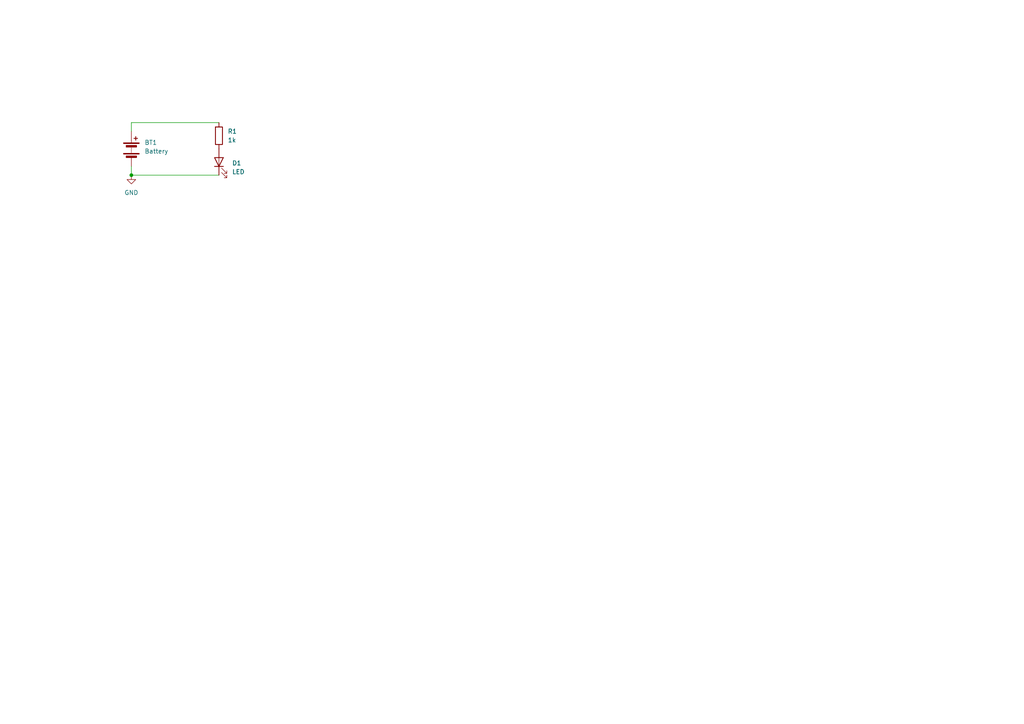
<source format=kicad_sch>
(kicad_sch
	(version 20250114)
	(generator "eeschema")
	(generator_version "9.0")
	(uuid "d13f3adc-61bf-4dad-bd39-f4c5301d7b7c")
	(paper "A4")
	(lib_symbols
		(symbol "Device:Battery"
			(pin_numbers
				(hide yes)
			)
			(pin_names
				(offset 0)
				(hide yes)
			)
			(exclude_from_sim no)
			(in_bom yes)
			(on_board yes)
			(property "Reference" "BT"
				(at 2.54 2.54 0)
				(effects
					(font
						(size 1.27 1.27)
					)
					(justify left)
				)
			)
			(property "Value" "Battery"
				(at 2.54 0 0)
				(effects
					(font
						(size 1.27 1.27)
					)
					(justify left)
				)
			)
			(property "Footprint" ""
				(at 0 1.524 90)
				(effects
					(font
						(size 1.27 1.27)
					)
					(hide yes)
				)
			)
			(property "Datasheet" "~"
				(at 0 1.524 90)
				(effects
					(font
						(size 1.27 1.27)
					)
					(hide yes)
				)
			)
			(property "Description" "Multiple-cell battery"
				(at 0 0 0)
				(effects
					(font
						(size 1.27 1.27)
					)
					(hide yes)
				)
			)
			(property "ki_keywords" "batt voltage-source cell"
				(at 0 0 0)
				(effects
					(font
						(size 1.27 1.27)
					)
					(hide yes)
				)
			)
			(symbol "Battery_0_1"
				(rectangle
					(start -2.286 1.778)
					(end 2.286 1.524)
					(stroke
						(width 0)
						(type default)
					)
					(fill
						(type outline)
					)
				)
				(rectangle
					(start -2.286 -1.27)
					(end 2.286 -1.524)
					(stroke
						(width 0)
						(type default)
					)
					(fill
						(type outline)
					)
				)
				(rectangle
					(start -1.524 1.016)
					(end 1.524 0.508)
					(stroke
						(width 0)
						(type default)
					)
					(fill
						(type outline)
					)
				)
				(rectangle
					(start -1.524 -2.032)
					(end 1.524 -2.54)
					(stroke
						(width 0)
						(type default)
					)
					(fill
						(type outline)
					)
				)
				(polyline
					(pts
						(xy 0 1.778) (xy 0 2.54)
					)
					(stroke
						(width 0)
						(type default)
					)
					(fill
						(type none)
					)
				)
				(polyline
					(pts
						(xy 0 0) (xy 0 0.254)
					)
					(stroke
						(width 0)
						(type default)
					)
					(fill
						(type none)
					)
				)
				(polyline
					(pts
						(xy 0 -0.508) (xy 0 -0.254)
					)
					(stroke
						(width 0)
						(type default)
					)
					(fill
						(type none)
					)
				)
				(polyline
					(pts
						(xy 0 -1.016) (xy 0 -0.762)
					)
					(stroke
						(width 0)
						(type default)
					)
					(fill
						(type none)
					)
				)
				(polyline
					(pts
						(xy 0.762 3.048) (xy 1.778 3.048)
					)
					(stroke
						(width 0.254)
						(type default)
					)
					(fill
						(type none)
					)
				)
				(polyline
					(pts
						(xy 1.27 3.556) (xy 1.27 2.54)
					)
					(stroke
						(width 0.254)
						(type default)
					)
					(fill
						(type none)
					)
				)
			)
			(symbol "Battery_1_1"
				(pin passive line
					(at 0 5.08 270)
					(length 2.54)
					(name "+"
						(effects
							(font
								(size 1.27 1.27)
							)
						)
					)
					(number "1"
						(effects
							(font
								(size 1.27 1.27)
							)
						)
					)
				)
				(pin passive line
					(at 0 -5.08 90)
					(length 2.54)
					(name "-"
						(effects
							(font
								(size 1.27 1.27)
							)
						)
					)
					(number "2"
						(effects
							(font
								(size 1.27 1.27)
							)
						)
					)
				)
			)
			(embedded_fonts no)
		)
		(symbol "Device:LED"
			(pin_numbers
				(hide yes)
			)
			(pin_names
				(offset 1.016)
				(hide yes)
			)
			(exclude_from_sim no)
			(in_bom yes)
			(on_board yes)
			(property "Reference" "D"
				(at 0 2.54 0)
				(effects
					(font
						(size 1.27 1.27)
					)
				)
			)
			(property "Value" "LED"
				(at 0 -2.54 0)
				(effects
					(font
						(size 1.27 1.27)
					)
				)
			)
			(property "Footprint" ""
				(at 0 0 0)
				(effects
					(font
						(size 1.27 1.27)
					)
					(hide yes)
				)
			)
			(property "Datasheet" "~"
				(at 0 0 0)
				(effects
					(font
						(size 1.27 1.27)
					)
					(hide yes)
				)
			)
			(property "Description" "Light emitting diode"
				(at 0 0 0)
				(effects
					(font
						(size 1.27 1.27)
					)
					(hide yes)
				)
			)
			(property "Sim.Pins" "1=K 2=A"
				(at 0 0 0)
				(effects
					(font
						(size 1.27 1.27)
					)
					(hide yes)
				)
			)
			(property "ki_keywords" "LED diode"
				(at 0 0 0)
				(effects
					(font
						(size 1.27 1.27)
					)
					(hide yes)
				)
			)
			(property "ki_fp_filters" "LED* LED_SMD:* LED_THT:*"
				(at 0 0 0)
				(effects
					(font
						(size 1.27 1.27)
					)
					(hide yes)
				)
			)
			(symbol "LED_0_1"
				(polyline
					(pts
						(xy -3.048 -0.762) (xy -4.572 -2.286) (xy -3.81 -2.286) (xy -4.572 -2.286) (xy -4.572 -1.524)
					)
					(stroke
						(width 0)
						(type default)
					)
					(fill
						(type none)
					)
				)
				(polyline
					(pts
						(xy -1.778 -0.762) (xy -3.302 -2.286) (xy -2.54 -2.286) (xy -3.302 -2.286) (xy -3.302 -1.524)
					)
					(stroke
						(width 0)
						(type default)
					)
					(fill
						(type none)
					)
				)
				(polyline
					(pts
						(xy -1.27 0) (xy 1.27 0)
					)
					(stroke
						(width 0)
						(type default)
					)
					(fill
						(type none)
					)
				)
				(polyline
					(pts
						(xy -1.27 -1.27) (xy -1.27 1.27)
					)
					(stroke
						(width 0.254)
						(type default)
					)
					(fill
						(type none)
					)
				)
				(polyline
					(pts
						(xy 1.27 -1.27) (xy 1.27 1.27) (xy -1.27 0) (xy 1.27 -1.27)
					)
					(stroke
						(width 0.254)
						(type default)
					)
					(fill
						(type none)
					)
				)
			)
			(symbol "LED_1_1"
				(pin passive line
					(at -3.81 0 0)
					(length 2.54)
					(name "K"
						(effects
							(font
								(size 1.27 1.27)
							)
						)
					)
					(number "1"
						(effects
							(font
								(size 1.27 1.27)
							)
						)
					)
				)
				(pin passive line
					(at 3.81 0 180)
					(length 2.54)
					(name "A"
						(effects
							(font
								(size 1.27 1.27)
							)
						)
					)
					(number "2"
						(effects
							(font
								(size 1.27 1.27)
							)
						)
					)
				)
			)
			(embedded_fonts no)
		)
		(symbol "Device:R"
			(pin_numbers
				(hide yes)
			)
			(pin_names
				(offset 0)
			)
			(exclude_from_sim no)
			(in_bom yes)
			(on_board yes)
			(property "Reference" "R"
				(at 2.032 0 90)
				(effects
					(font
						(size 1.27 1.27)
					)
				)
			)
			(property "Value" "R"
				(at 0 0 90)
				(effects
					(font
						(size 1.27 1.27)
					)
				)
			)
			(property "Footprint" ""
				(at -1.778 0 90)
				(effects
					(font
						(size 1.27 1.27)
					)
					(hide yes)
				)
			)
			(property "Datasheet" "~"
				(at 0 0 0)
				(effects
					(font
						(size 1.27 1.27)
					)
					(hide yes)
				)
			)
			(property "Description" "Resistor"
				(at 0 0 0)
				(effects
					(font
						(size 1.27 1.27)
					)
					(hide yes)
				)
			)
			(property "ki_keywords" "R res resistor"
				(at 0 0 0)
				(effects
					(font
						(size 1.27 1.27)
					)
					(hide yes)
				)
			)
			(property "ki_fp_filters" "R_*"
				(at 0 0 0)
				(effects
					(font
						(size 1.27 1.27)
					)
					(hide yes)
				)
			)
			(symbol "R_0_1"
				(rectangle
					(start -1.016 -2.54)
					(end 1.016 2.54)
					(stroke
						(width 0.254)
						(type default)
					)
					(fill
						(type none)
					)
				)
			)
			(symbol "R_1_1"
				(pin passive line
					(at 0 3.81 270)
					(length 1.27)
					(name "~"
						(effects
							(font
								(size 1.27 1.27)
							)
						)
					)
					(number "1"
						(effects
							(font
								(size 1.27 1.27)
							)
						)
					)
				)
				(pin passive line
					(at 0 -3.81 90)
					(length 1.27)
					(name "~"
						(effects
							(font
								(size 1.27 1.27)
							)
						)
					)
					(number "2"
						(effects
							(font
								(size 1.27 1.27)
							)
						)
					)
				)
			)
			(embedded_fonts no)
		)
		(symbol "power:GND"
			(power)
			(pin_numbers
				(hide yes)
			)
			(pin_names
				(offset 0)
				(hide yes)
			)
			(exclude_from_sim no)
			(in_bom yes)
			(on_board yes)
			(property "Reference" "#PWR"
				(at 0 -6.35 0)
				(effects
					(font
						(size 1.27 1.27)
					)
					(hide yes)
				)
			)
			(property "Value" "GND"
				(at 0 -3.81 0)
				(effects
					(font
						(size 1.27 1.27)
					)
				)
			)
			(property "Footprint" ""
				(at 0 0 0)
				(effects
					(font
						(size 1.27 1.27)
					)
					(hide yes)
				)
			)
			(property "Datasheet" ""
				(at 0 0 0)
				(effects
					(font
						(size 1.27 1.27)
					)
					(hide yes)
				)
			)
			(property "Description" "Power symbol creates a global label with name \"GND\" , ground"
				(at 0 0 0)
				(effects
					(font
						(size 1.27 1.27)
					)
					(hide yes)
				)
			)
			(property "ki_keywords" "global power"
				(at 0 0 0)
				(effects
					(font
						(size 1.27 1.27)
					)
					(hide yes)
				)
			)
			(symbol "GND_0_1"
				(polyline
					(pts
						(xy 0 0) (xy 0 -1.27) (xy 1.27 -1.27) (xy 0 -2.54) (xy -1.27 -1.27) (xy 0 -1.27)
					)
					(stroke
						(width 0)
						(type default)
					)
					(fill
						(type none)
					)
				)
			)
			(symbol "GND_1_1"
				(pin power_in line
					(at 0 0 270)
					(length 0)
					(name "~"
						(effects
							(font
								(size 1.27 1.27)
							)
						)
					)
					(number "1"
						(effects
							(font
								(size 1.27 1.27)
							)
						)
					)
				)
			)
			(embedded_fonts no)
		)
	)
	(junction
		(at 38.1 50.8)
		(diameter 0)
		(color 0 0 0 0)
		(uuid "890f8c14-ddc1-496b-9b86-d48a6ea7a349")
	)
	(wire
		(pts
			(xy 38.1 35.56) (xy 63.5 35.56)
		)
		(stroke
			(width 0)
			(type default)
		)
		(uuid "04834518-b3d5-47e1-82a5-b93c2b223dd2")
	)
	(wire
		(pts
			(xy 38.1 50.8) (xy 63.5 50.8)
		)
		(stroke
			(width 0)
			(type default)
		)
		(uuid "2ce0baad-f3f2-4d67-9669-7318fb7428e3")
	)
	(wire
		(pts
			(xy 38.1 38.1) (xy 38.1 35.56)
		)
		(stroke
			(width 0)
			(type default)
		)
		(uuid "5204079f-3b44-44d4-84be-ab0a9e03f047")
	)
	(wire
		(pts
			(xy 38.1 48.26) (xy 38.1 50.8)
		)
		(stroke
			(width 0)
			(type default)
		)
		(uuid "fa4f049a-7350-4ba7-875b-3e3f9e3f4cfb")
	)
	(symbol
		(lib_id "Device:Battery")
		(at 38.1 43.18 0)
		(unit 1)
		(exclude_from_sim no)
		(in_bom yes)
		(on_board yes)
		(dnp no)
		(fields_autoplaced yes)
		(uuid "126831a2-1213-40e2-9fc8-56949895477c")
		(property "Reference" "BT1"
			(at 41.91 41.3385 0)
			(effects
				(font
					(size 1.27 1.27)
				)
				(justify left)
			)
		)
		(property "Value" "Battery"
			(at 41.91 43.8785 0)
			(effects
				(font
					(size 1.27 1.27)
				)
				(justify left)
			)
		)
		(property "Footprint" "Connector_PinHeader_2.54mm:PinHeader_1x02_P2.54mm_Vertical"
			(at 38.1 41.656 90)
			(effects
				(font
					(size 1.27 1.27)
				)
				(hide yes)
			)
		)
		(property "Datasheet" "~"
			(at 38.1 41.656 90)
			(effects
				(font
					(size 1.27 1.27)
				)
				(hide yes)
			)
		)
		(property "Description" "Multiple-cell battery"
			(at 38.1 43.18 0)
			(effects
				(font
					(size 1.27 1.27)
				)
				(hide yes)
			)
		)
		(pin "2"
			(uuid "10271cab-53f9-4597-b41b-35754150f783")
		)
		(pin "1"
			(uuid "38a5bad0-3909-48b8-a8fd-c350095436ac")
		)
		(instances
			(project ""
				(path "/d13f3adc-61bf-4dad-bd39-f4c5301d7b7c"
					(reference "BT1")
					(unit 1)
				)
			)
		)
	)
	(symbol
		(lib_id "Device:R")
		(at 63.5 39.37 0)
		(unit 1)
		(exclude_from_sim no)
		(in_bom yes)
		(on_board yes)
		(dnp no)
		(fields_autoplaced yes)
		(uuid "3174a479-c4fb-4c3f-9767-c627dceedd65")
		(property "Reference" "R1"
			(at 66.04 38.1 0)
			(effects
				(font
					(size 1.27 1.27)
				)
				(justify left)
			)
		)
		(property "Value" "1k"
			(at 66.04 40.64 0)
			(effects
				(font
					(size 1.27 1.27)
				)
				(justify left)
			)
		)
		(property "Footprint" "Resistor_SMD:R_0603_1608Metric_Pad0.98x0.95mm_HandSolder"
			(at 61.722 39.37 90)
			(effects
				(font
					(size 1.27 1.27)
				)
				(hide yes)
			)
		)
		(property "Datasheet" "~"
			(at 63.5 39.37 0)
			(effects
				(font
					(size 1.27 1.27)
				)
				(hide yes)
			)
		)
		(property "Description" "Resistor"
			(at 63.5 39.37 0)
			(effects
				(font
					(size 1.27 1.27)
				)
				(hide yes)
			)
		)
		(pin "2"
			(uuid "cc5434aa-1d44-460b-bf94-9deb2b79a17f")
		)
		(pin "1"
			(uuid "081e390b-18bb-47de-bd91-3393647741d8")
		)
		(instances
			(project ""
				(path "/d13f3adc-61bf-4dad-bd39-f4c5301d7b7c"
					(reference "R1")
					(unit 1)
				)
			)
		)
	)
	(symbol
		(lib_id "power:GND")
		(at 38.1 50.8 0)
		(unit 1)
		(exclude_from_sim no)
		(in_bom yes)
		(on_board yes)
		(dnp no)
		(fields_autoplaced yes)
		(uuid "4ad2c752-27ad-428a-a86d-041e305e519f")
		(property "Reference" "#PWR01"
			(at 38.1 57.15 0)
			(effects
				(font
					(size 1.27 1.27)
				)
				(hide yes)
			)
		)
		(property "Value" "GND"
			(at 38.1 55.88 0)
			(effects
				(font
					(size 1.27 1.27)
				)
			)
		)
		(property "Footprint" ""
			(at 38.1 50.8 0)
			(effects
				(font
					(size 1.27 1.27)
				)
				(hide yes)
			)
		)
		(property "Datasheet" ""
			(at 38.1 50.8 0)
			(effects
				(font
					(size 1.27 1.27)
				)
				(hide yes)
			)
		)
		(property "Description" "Power symbol creates a global label with name \"GND\" , ground"
			(at 38.1 50.8 0)
			(effects
				(font
					(size 1.27 1.27)
				)
				(hide yes)
			)
		)
		(pin "1"
			(uuid "ea3ef676-cdf8-4708-8e35-e2568c98fa70")
		)
		(instances
			(project ""
				(path "/d13f3adc-61bf-4dad-bd39-f4c5301d7b7c"
					(reference "#PWR01")
					(unit 1)
				)
			)
		)
	)
	(symbol
		(lib_id "Device:LED")
		(at 63.5 46.99 90)
		(unit 1)
		(exclude_from_sim no)
		(in_bom yes)
		(on_board yes)
		(dnp no)
		(fields_autoplaced yes)
		(uuid "b7b5a26e-ce83-4179-8e53-d58e6f6d2cd4")
		(property "Reference" "D1"
			(at 67.31 47.3075 90)
			(effects
				(font
					(size 1.27 1.27)
				)
				(justify right)
			)
		)
		(property "Value" "LED"
			(at 67.31 49.8475 90)
			(effects
				(font
					(size 1.27 1.27)
				)
				(justify right)
			)
		)
		(property "Footprint" "LED_SMD:LED_0603_1608Metric_Pad1.05x0.95mm_HandSolder"
			(at 63.5 46.99 0)
			(effects
				(font
					(size 1.27 1.27)
				)
				(hide yes)
			)
		)
		(property "Datasheet" "~"
			(at 63.5 46.99 0)
			(effects
				(font
					(size 1.27 1.27)
				)
				(hide yes)
			)
		)
		(property "Description" "Light emitting diode"
			(at 63.5 46.99 0)
			(effects
				(font
					(size 1.27 1.27)
				)
				(hide yes)
			)
		)
		(property "Sim.Pins" "1=K 2=A"
			(at 63.5 46.99 0)
			(effects
				(font
					(size 1.27 1.27)
				)
				(hide yes)
			)
		)
		(pin "1"
			(uuid "239e1c22-2618-4aff-bcbe-6c9b8de4ac12")
		)
		(pin "2"
			(uuid "95c39e66-b085-4529-8f4b-2109102d1bf3")
		)
		(instances
			(project ""
				(path "/d13f3adc-61bf-4dad-bd39-f4c5301d7b7c"
					(reference "D1")
					(unit 1)
				)
			)
		)
	)
	(sheet_instances
		(path "/"
			(page "1")
		)
	)
	(embedded_fonts no)
)

</source>
